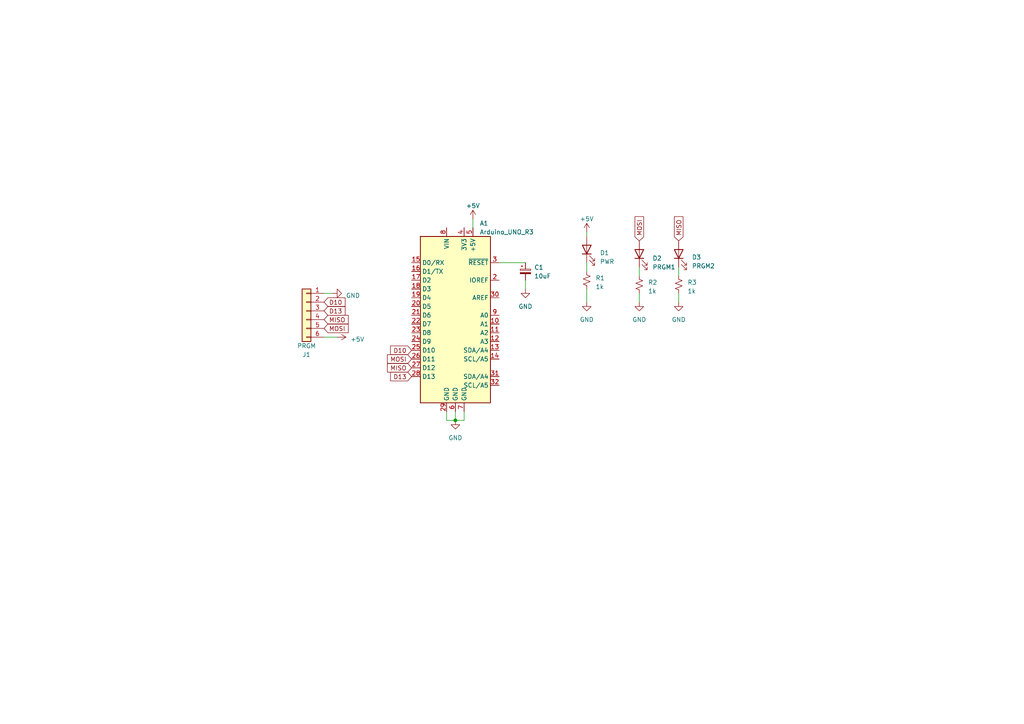
<source format=kicad_sch>
(kicad_sch (version 20230121) (generator eeschema)
  (paper "A4")
  (lib_symbols
    (symbol "Connector_Generic:Conn_01x06" (pin_names (offset 1.016) hide)
      (property "Reference" "J" (at 0 7.62 0))
      (property "Value" "Conn_01x06" (at 0 -10.16 0))
      (symbol "Conn_01x06_1_1"
        (rectangle (start -1.27 -7.493) (end 0 -7.747) (stroke (width 0.1524)))
        (rectangle (start -1.27 -4.953) (end 0 -5.207) (stroke (width 0.1524)))
        (rectangle (start -1.27 -2.413) (end 0 -2.667) (stroke (width 0.1524)))
        (rectangle (start -1.27 0.127) (end 0 -0.127) (stroke (width 0.1524)))
        (rectangle (start -1.27 2.667) (end 0 2.413) (stroke (width 0.1524)))
        (rectangle (start -1.27 5.207) (end 0 4.953) (stroke (width 0.1524)))
        (rectangle (start -1.27 6.35) (end 1.27 -8.89) (stroke (width 0.254)) (fill (type background)))
        (pin passive line (at -5.08 5.08 0) (length 3.81) (name "Pin_1") (number "1"))
        (pin passive line (at -5.08 2.54 0) (length 3.81) (name "Pin_2") (number "2"))
        (pin passive line (at -5.08 0 0) (length 3.81) (name "Pin_3") (number "3"))
        (pin passive line (at -5.08 -2.54 0) (length 3.81) (name "Pin_4") (number "4"))
        (pin passive line (at -5.08 -5.08 0) (length 3.81) (name "Pin_5") (number "5"))
        (pin passive line (at -5.08 -7.62 0) (length 3.81) (name "Pin_6") (number "6"))
      )
    )
    (symbol "Device:C_Polarized_Small" (pin_numbers hide) (pin_names (offset 0.254) hide)
      (property "Reference" "C" (at 0.254 1.778 0))
      (property "Value" "C_Polarized_Small" (at 0.254 -2.032 0))
      (symbol "C_Polarized_Small_0_1"
        (rectangle (start -1.524 -0.3048) (end 1.524 -0.6858) (fill (type outline)))
        (rectangle (start -1.524 0.6858) (end 1.524 0.3048))
        (polyline (pts (xy -1.27 1.524) (xy -0.762 1.524)))
        (polyline (pts (xy -1.016 1.27) (xy -1.016 1.778)))
      )
      (symbol "C_Polarized_Small_1_1"
        (pin passive line (at 0 2.54 270) (length 1.8542) (name "~") (number "1"))
        (pin passive line (at 0 -2.54 90) (length 1.8542) (name "~") (number "2"))
      )
    )
    (symbol "Device:LED" (pin_numbers hide) (pin_names (offset 1.016) hide)
      (property "Reference" "D" (at 0 2.54 0))
      (property "Value" "LED" (at 0 -2.54 0))
      (symbol "LED_0_1"
        (polyline (pts (xy -1.27 -1.27) (xy -1.27 1.27)) (stroke (width 0.254)))
        (polyline (pts (xy -1.27 0) (xy 1.27 0)))
        (polyline (pts (xy 1.27 -1.27) (xy 1.27 1.27) (xy -1.27 0) (xy 1.27 -1.27)) (stroke (width 0.254)))
        (polyline (pts (xy -3.048 -0.762) (xy -4.572 -2.286) (xy -3.81 -2.286) (xy -4.572 -2.286) (xy -4.572 -1.524)))
        (polyline (pts (xy -1.778 -0.762) (xy -3.302 -2.286) (xy -2.54 -2.286) (xy -3.302 -2.286) (xy -3.302 -1.524)))
      )
      (symbol "LED_1_1"
        (pin passive line (at -3.81 0 0) (length 2.54) (name "K") (number "1"))
        (pin passive line (at 3.81 0 180) (length 2.54) (name "A") (number "2"))
      )
    )
    (symbol "Device:R_Small_US" (pin_numbers hide) (pin_names (offset 0.254) hide)
      (property "Reference" "R" (at 0.762 0.508 0))
      (property "Value" "R_Small_US" (at 0.762 -1.016 0))
      (symbol "R_Small_US_1_1"
        (polyline (pts (xy 0 0) (xy 1.016 -0.381) (xy 0 -0.762) (xy -1.016 -1.143) (xy 0 -1.524)))
        (polyline (pts (xy 0 1.524) (xy 1.016 1.143) (xy 0 0.762) (xy -1.016 0.381) (xy 0 0)))
        (pin passive line (at 0 2.54 270) (length 1.016) (name "~") (number "1"))
        (pin passive line (at 0 -2.54 90) (length 1.016) (name "~") (number "2"))
      )
    )
    (symbol "MCU_Module:Arduino_UNO_R3"
      (property "Reference" "A" (at -10.16 23.495 0))
      (property "Value" "Arduino_UNO_R3" (at 5.08 -26.67 0))
      (symbol "Arduino_UNO_R3_0_1"
        (rectangle (start -10.16 22.86) (end 10.16 -25.4) (stroke (width 0.254)) (fill (type background)))
      )
      (symbol "Arduino_UNO_R3_1_1"
        (pin no_connect line (at -10.16 -20.32 0) (length 2.54) hide (name "NC") (number "1"))
        (pin bidirectional line (at 12.7 -2.54 180) (length 2.54) (name "A1") (number "10"))
        (pin bidirectional line (at 12.7 -5.08 180) (length 2.54) (name "A2") (number "11"))
        (pin bidirectional line (at 12.7 -7.62 180) (length 2.54) (name "A3") (number "12"))
        (pin bidirectional line (at 12.7 -10.16 180) (length 2.54) (name "SDA/A4") (number "13"))
        (pin bidirectional line (at 12.7 -12.7 180) (length 2.54) (name "SCL/A5") (number "14"))
        (pin bidirectional line (at -12.7 15.24 0) (length 2.54) (name "D0/RX") (number "15"))
        (pin bidirectional line (at -12.7 12.7 0) (length 2.54) (name "D1/TX") (number "16"))
        (pin bidirectional line (at -12.7 10.16 0) (length 2.54) (name "D2") (number "17"))
        (pin bidirectional line (at -12.7 7.62 0) (length 2.54) (name "D3") (number "18"))
        (pin bidirectional line (at -12.7 5.08 0) (length 2.54) (name "D4") (number "19"))
        (pin output line (at 12.7 10.16 180) (length 2.54) (name "IOREF") (number "2"))
        (pin bidirectional line (at -12.7 2.54 0) (length 2.54) (name "D5") (number "20"))
        (pin bidirectional line (at -12.7 0 0) (length 2.54) (name "D6") (number "21"))
        (pin bidirectional line (at -12.7 -2.54 0) (length 2.54) (name "D7") (number "22"))
        (pin bidirectional line (at -12.7 -5.08 0) (length 2.54) (name "D8") (number "23"))
        (pin bidirectional line (at -12.7 -7.62 0) (length 2.54) (name "D9") (number "24"))
        (pin bidirectional line (at -12.7 -10.16 0) (length 2.54) (name "D10") (number "25"))
        (pin bidirectional line (at -12.7 -12.7 0) (length 2.54) (name "D11") (number "26"))
        (pin bidirectional line (at -12.7 -15.24 0) (length 2.54) (name "D12") (number "27"))
        (pin bidirectional line (at -12.7 -17.78 0) (length 2.54) (name "D13") (number "28"))
        (pin power_in line (at -2.54 -27.94 90) (length 2.54) (name "GND") (number "29"))
        (pin input line (at 12.7 15.24 180) (length 2.54) (name "~{RESET}") (number "3"))
        (pin input line (at 12.7 5.08 180) (length 2.54) (name "AREF") (number "30"))
        (pin bidirectional line (at 12.7 -17.78 180) (length 2.54) (name "SDA/A4") (number "31"))
        (pin bidirectional line (at 12.7 -20.32 180) (length 2.54) (name "SCL/A5") (number "32"))
        (pin power_out line (at 2.54 25.4 270) (length 2.54) (name "3V3") (number "4"))
        (pin power_out line (at 5.08 25.4 270) (length 2.54) (name "+5V") (number "5"))
        (pin power_in line (at 0 -27.94 90) (length 2.54) (name "GND") (number "6"))
        (pin power_in line (at 2.54 -27.94 90) (length 2.54) (name "GND") (number "7"))
        (pin power_in line (at -2.54 25.4 270) (length 2.54) (name "VIN") (number "8"))
        (pin bidirectional line (at 12.7 0 180) (length 2.54) (name "A0") (number "9"))
      )
    )
    (symbol "power:+5V" (power) (pin_names (offset 0))
      (property "Value" "+5V" (at 0 3.556 0))
      (symbol "+5V_0_1"
        (polyline (pts (xy -0.762 1.27) (xy 0 2.54)))
        (polyline (pts (xy 0 0) (xy 0 2.54)))
        (polyline (pts (xy 0 2.54) (xy 0.762 1.27)))
      )
      (symbol "+5V_1_1"
        (pin power_in line (at 0 0 90) (length 0) hide (name "+5V") (number "1"))
      )
    )
    (symbol "power:GND" (power) (pin_names (offset 0))
      (property "Value" "GND" (at 0 -3.81 0))
      (symbol "GND_0_1"
        (polyline (pts (xy 0 0) (xy 0 -1.27) (xy 1.27 -1.27) (xy 0 -2.54) (xy -1.27 -1.27) (xy 0 -1.27)))
      )
      (symbol "GND_1_1"
        (pin power_in line (at 0 0 270) (length 0) hide (name "GND") (number "1"))
      )
    )
  )
  (junction (at 132.08 121.92))
  (wire (pts (xy 137.16 63.5) (xy 137.16 66.04)))
  (wire (pts (xy 144.78 76.2) (xy 152.4 76.2)))
  (wire (pts (xy 129.54 121.92) (xy 132.08 121.92)))
  (wire (pts (xy 134.62 121.92) (xy 132.08 121.92)))
  (wire (pts (xy 132.08 119.38) (xy 132.08 121.92)))
  (wire (pts (xy 196.85 80.01) (xy 196.85 77.47)))
  (wire (pts (xy 185.42 80.01) (xy 185.42 77.47)))
  (wire (pts (xy 93.98 97.79) (xy 97.79 97.79)))
  (wire (pts (xy 170.18 67.31) (xy 170.18 68.58)))
  (wire (pts (xy 185.42 85.09) (xy 185.42 87.63)))
  (wire (pts (xy 170.18 83.82) (xy 170.18 87.63)))
  (wire (pts (xy 152.4 81.28) (xy 152.4 83.82)))
  (wire (pts (xy 134.62 119.38) (xy 134.62 121.92)))
  (wire (pts (xy 93.98 85.09) (xy 96.52 85.09)))
  (wire (pts (xy 196.85 85.09) (xy 196.85 87.63)))
  (wire (pts (xy 129.54 119.38) (xy 129.54 121.92)))
  (wire (pts (xy 170.18 76.2) (xy 170.18 78.74)))
  (global_label "MISO" (shape input) (at 119.38 106.68 180) (property "Intersheetrefs" "${INTERSHEET_REFS}" (effects hide)))
  (global_label "D10" (shape input) (at 93.98 87.63 0) (property "Intersheetrefs" "${INTERSHEET_REFS}" (effects hide)))
  (global_label "MISO" (shape input) (at 93.98 92.71 0) (property "Intersheetrefs" "${INTERSHEET_REFS}" (effects hide)))
  (global_label "D10" (shape input) (at 119.38 101.6 180) (property "Intersheetrefs" "${INTERSHEET_REFS}" (effects hide)))
  (global_label "MOSI" (shape input) (at 93.98 95.25 0) (property "Intersheetrefs" "${INTERSHEET_REFS}" (effects hide)))
  (global_label "D13" (shape input) (at 93.98 90.17 0) (property "Intersheetrefs" "${INTERSHEET_REFS}" (effects hide)))
  (global_label "D13" (shape input) (at 119.38 109.22 180) (property "Intersheetrefs" "${INTERSHEET_REFS}" (effects hide)))
  (global_label "MISO" (shape input) (at 196.85 69.85 90) (property "Intersheetrefs" "${INTERSHEET_REFS}" (effects hide)))
  (global_label "MOSI" (shape input) (at 119.38 104.14 180) (property "Intersheetrefs" "${INTERSHEET_REFS}" (effects hide)))
  (global_label "MOSI" (shape input) (at 185.42 69.85 90) (property "Intersheetrefs" "${INTERSHEET_REFS}" (effects hide)))
  (symbol (lib_id "power:GND") (at 185.42 87.63 0) (unit 1)
    (property "Reference" "#PWR08" (effects hide))
    (property "Value" "GND" (at 185.42 92.71 0))
  )
  (symbol (lib_id "Device:R_Small_US") (at 170.18 81.28 0) (unit 1)
    (property "Reference" "R1" (at 172.72 80.645 0) (effects (justify left)))
    (property "Value" "1k" (at 172.72 83.185 0) (effects (justify left)))
    (property "Footprint" "Resistor_SMD:R_0805_2012Metric" (effects hide))
  )
  (symbol (lib_id "MCU_Module:Arduino_UNO_R3") (at 132.08 91.44 0) (unit 1)
    (property "Reference" "A1" (at 139.1159 64.77 0) (effects (justify left)))
    (property "Value" "Arduino_UNO_R3" (at 139.1159 67.31 0) (effects (justify left)))
    (property "Footprint" "Module:Arduino_UNO_R3" (effects hide))
    (property "Datasheet" "https://www.arduino.cc/en/Main/arduinoBoardUno" (effects hide))
  )
  (symbol (lib_id "Device:LED") (at 185.42 73.66 90) (unit 1)
    (property "Reference" "D2" (at 189.23 74.93 90) (effects (justify right)))
    (property "Value" "PRGM1" (at 189.23 77.47 90) (effects (justify right)))
    (property "Footprint" "Diode_SMD:D_0805_2012Metric" (effects hide))
  )
  (symbol (lib_id "Device:LED") (at 170.18 72.39 90) (unit 1)
    (property "Reference" "D1" (at 173.99 73.3425 90) (effects (justify right)))
    (property "Value" "PWR" (at 173.99 75.8825 90) (effects (justify right)))
    (property "Footprint" "Diode_SMD:D_0805_2012Metric" (effects hide))
  )
  (symbol (lib_id "Device:C_Polarized_Small") (at 152.4 78.74 0) (unit 1)
    (property "Reference" "C1" (at 154.94 77.5589 0) (effects (justify left)))
    (property "Value" "10uF" (at 154.94 80.0989 0) (effects (justify left)))
    (property "Footprint" "Capacitor_SMD:CP_Elec_4x3" (effects hide))
  )
  (symbol (lib_id "Device:R_Small_US") (at 185.42 82.55 0) (unit 1)
    (property "Reference" "R2" (at 187.96 81.915 0) (effects (justify left)))
    (property "Value" "1k" (at 187.96 84.455 0) (effects (justify left)))
    (property "Footprint" "Resistor_SMD:R_0805_2012Metric" (effects hide))
  )
  (symbol (lib_id "power:GND") (at 132.08 121.92 0) (unit 1)
    (property "Reference" "#PWR02" (effects hide))
    (property "Value" "GND" (at 132.08 127 0))
  )
  (symbol (lib_id "Connector_Generic:Conn_01x06") (at 88.9 90.17 0) (mirror y) (unit 1)
    (property "Reference" "J1" (at 88.9 102.87 0))
    (property "Value" "PRGM" (at 88.9 100.33 0))
    (property "Footprint" "Connector_PinSocket_2.54mm:PinSocket_1x06_P2.54mm_Horizontal" (effects hide))
  )
  (symbol (lib_id "power:GND") (at 152.4 83.82 0) (unit 1)
    (property "Reference" "#PWR05" (effects hide))
    (property "Value" "GND" (at 152.4 88.9 0))
  )
  (symbol (lib_id "power:GND") (at 170.18 87.63 0) (unit 1)
    (property "Reference" "#PWR07" (effects hide))
    (property "Value" "GND" (at 170.18 92.71 0))
  )
  (symbol (lib_id "power:+5V") (at 170.18 67.31 0) (unit 1)
    (property "Reference" "#PWR06" (effects hide))
    (property "Value" "+5V" (at 170.18 63.5 0))
  )
  (symbol (lib_id "Device:LED") (at 196.85 73.66 90) (unit 1)
    (property "Reference" "D3" (at 200.66 74.6125 90) (effects (justify right)))
    (property "Value" "PRGM2" (at 200.66 77.1525 90) (effects (justify right)))
    (property "Footprint" "Diode_SMD:D_0805_2012Metric" (effects hide))
  )
  (symbol (lib_id "Device:R_Small_US") (at 196.85 82.55 0) (unit 1)
    (property "Reference" "R3" (at 199.39 81.915 0) (effects (justify left)))
    (property "Value" "1k" (at 199.39 84.455 0) (effects (justify left)))
    (property "Footprint" "Resistor_SMD:R_0805_2012Metric" (effects hide))
  )
  (symbol (lib_id "power:+5V") (at 97.79 97.79 270) (unit 1)
    (property "Reference" "#PWR04" (effects hide))
    (property "Value" "+5V" (at 101.6 98.425 90) (effects (justify left)))
  )
  (symbol (lib_id "power:GND") (at 196.85 87.63 0) (unit 1)
    (property "Reference" "#PWR09" (effects hide))
    (property "Value" "GND" (at 196.85 92.71 0))
  )
  (symbol (lib_id "power:GND") (at 96.52 85.09 90) (unit 1)
    (property "Reference" "#PWR03" (effects hide))
    (property "Value" "GND" (at 100.33 85.725 90) (effects (justify right)))
  )
  (symbol (lib_id "power:+5V") (at 137.16 63.5 0) (unit 1)
    (property "Reference" "#PWR01" (effects hide))
    (property "Value" "+5V" (at 137.16 59.69 0))
  )
)
</source>
